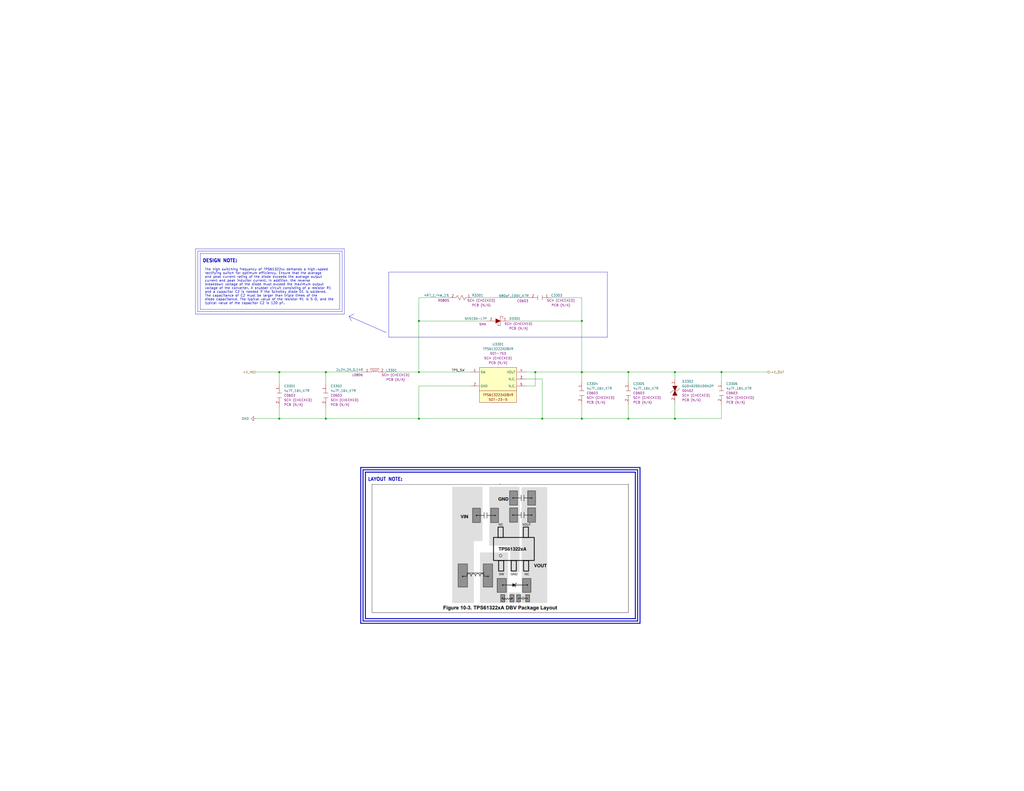
<source format=kicad_sch>
(kicad_sch (version 20231120) (generator "eeschema") (generator_version "8.0")
  (paper "C")
  (title_block (title "_HW_Quadcopter") (date "2024-03-27") (rev "01") (company "Mend0z0") (comment 1 "01") (comment 2 "RELEASED") (comment 3 "Siavash Taher Parvar") (comment 8 "N/A") (comment 9 "First Version"))
  (lib_symbols
    (symbol "_SCHLIB_Qcopter:CAP_CER_4.7uF_16V_X7R_C0603"
      (property "Reference" "C" (at 3.556 4.064 0))
      (property "Value" "4u7F_16V_X7R" (at 3.81 6.604 0))
      (property "Package" "C0603" (at 3.81 35.306 0))
      (property "SCH CHECK" "SCH (CHECKED)" (at 3.81 29.972 0))
      (property "PCB CHECK" "PCB (N/A)" (at 3.81 32.512 0))
      (symbol "CAP_CER_4.7uF_16V_X7R_C0603_0_0"
        (polyline (pts (xy 5.08 1.27) (xy 5.08 -1.27)))
        (polyline (pts (xy 7.62 1.27) (xy 7.62 -1.27)))
      )
      (symbol "CAP_CER_4.7uF_16V_X7R_C0603_1_1"
        (pin passive line (at 0 0 0) (length 5.08) (name "") (number "1"))
        (pin passive line (at 12.7 0 180) (length 5.08) (name "") (number "2"))
      )
    )
    (symbol "_SCHLIB_Qcopter:CAP_CER_680pF_100V_X7R_C0603"
      (property "Reference" "C" (at 3.556 4.064 0))
      (property "Value" "680pF_100V_X7R" (at 3.81 6.604 0))
      (property "Package" "C0603" (at 3.81 35.306 0))
      (property "SCH CHECK" "SCH (CHECKED)" (at 3.81 29.972 0))
      (property "PCB CHECK" "PCB (N/A)" (at 3.81 32.512 0))
      (symbol "CAP_CER_680pF_100V_X7R_C0603_0_0"
        (polyline (pts (xy 5.08 1.27) (xy 5.08 -1.27)))
        (polyline (pts (xy 7.62 1.27) (xy 7.62 -1.27)))
      )
      (symbol "CAP_CER_680pF_100V_X7R_C0603_1_1"
        (pin passive line (at 0 0 0) (length 5.08) (name "") (number "1"))
        (pin passive line (at 12.7 0 180) (length 5.08) (name "") (number "2"))
      )
    )
    (symbol "_SCHLIB_Qcopter:DIODE_SCHOTTKY_SK510A-LTP_5A_100V_SMA"
      (property "Reference" "D" (at 2.54 2.54 0))
      (property "Value" "SK510A-LTP" (at 2.54 5.08 0))
      (property "Package" "SMA" (at 2.54 33.02 0))
      (property "SCH CHECK" "SCH (CHECKED)" (at 2.54 30.48 0))
      (property "PCB CHECk" "PCB (N/A)" (at 2.54 27.94 0))
      (symbol "DIODE_SCHOTTKY_SK510A-LTP_5A_100V_SMA_0_1"
        (polyline (pts (xy 5.08 1.27) (xy 5.08 -1.27) (xy 7.62 0) (xy 5.08 1.27)) (fill (type outline)))
        (polyline (pts (xy 8.89 1.27) (xy 8.89 2.54) (xy 7.62 2.54) (xy 7.62 -2.54) (xy 6.35 -2.54) (xy 6.35 -1.27)))
      )
      (symbol "DIODE_SCHOTTKY_SK510A-LTP_5A_100V_SMA_1_1"
        (pin passive line (at 12.7 0 180) (length 5.08) (name "") (number "1"))
        (pin passive line (at 0 0 0) (length 5.08) (name "") (number "2"))
      )
    )
    (symbol "_SCHLIB_Qcopter:DIODE_TVS_GG040205100N2P_5V_5.5V_8A(8/20us)_D0402"
      (property "Reference" "D" (at 2.54 5.08 0))
      (property "Value" "GG040205100N2P" (at 2.54 7.62 0))
      (property "Package" "D0402" (at 2.54 35.56 0))
      (property "SCH CHECK" "SCH (CHECKED)" (at 2.54 33.02 0))
      (property "PCB CHECk" "PCB (N/A)" (at 2.54 30.48 0))
      (symbol "DIODE_TVS_GG040205100N2P_5V_5.5V_8A(8/20us)_D0402_0_1"
        (polyline (pts (xy 3.81 1.27) (xy 3.81 -1.27) (xy 6.35 0) (xy 3.81 1.27)) (fill (type outline)))
        (polyline (pts (xy 5.08 2.54) (xy 6.35 1.27) (xy 6.35 -1.27) (xy 7.62 -2.54)))
        (polyline (pts (xy 8.89 -1.27) (xy 8.89 1.27) (xy 6.35 0) (xy 8.89 -1.27)) (fill (type outline)))
      )
      (symbol "DIODE_TVS_GG040205100N2P_5V_5.5V_8A(8/20us)_D0402_1_1"
        (pin passive line (at 0 0 0) (length 3.81) (name "") (number "1"))
        (pin passive line (at 12.7 0 180) (length 3.81) (name "") (number "2"))
      )
    )
    (symbol "_SCHLIB_Qcopter:IC_PMIC_TPS613222ADBVR_SMPS-BOOST_5V_2.5A_SOT-753"
      (property "Reference" "U" (at 2.54 2.54 0))
      (property "Value" "TPS613222ADBVR" (at 2.54 5.08 0))
      (property "Package" "SOT-753" (at 2.54 33.02 0))
      (property "SCH CHECK" "SCH (CHECKED)" (at 2.54 30.48 0))
      (property "PCB CHECk" "PCB (N/A)" (at 2.54 27.94 0))
      (symbol "IC_PMIC_TPS613222ADBVR_SMPS-BOOST_5V_2.5A_SOT-753_0_0"
        (polyline (pts (xy 0 -12.7) (xy 20.32 -12.7)))
        (rectangle (start 0 0) (end 20.32 -19.05) (fill (type background)))
        (text "	\nSOT-23-5" (at 10.16 -16.51 0) (effects (font (size 1.27 1.27))))
        (text "	\nTPS613222ADBVR" (at 10.16 -13.97 0) (effects (font (size 1.27 1.27))))
      )
      (symbol "IC_PMIC_TPS613222ADBVR_SMPS-BOOST_5V_2.5A_SOT-753_1_1"
        (pin passive line (at -5.08 -2.54 0) (length 5.08) (name "SW") (number "1"))
        (pin passive line (at -5.08 -10.16 0) (length 5.08) (name "GND") (number "2"))
        (pin passive line (at 25.4 -6.35 180) (length 5.08) (name "N.C.") (number "3"))
        (pin passive line (at 25.4 -2.54 180) (length 5.08) (name "VOUT") (number "4"))
        (pin passive line (at 25.4 -10.16 180) (length 5.08) (name "N.C.") (number "5"))
      )
    )
    (symbol "_SCHLIB_Qcopter:IND_2u2H__2A_0.14R_60MHz_L0806"
      (property "Reference" "L" (at 2.54 3.81 0))
      (property "Value" "2u2H_2A_0.14R" (at 2.54 6.35 0))
      (property "Package" "L0806" (at 2.54 34.29 0))
      (property "SCH CHECK" "SCH (CHECKED)" (at 2.54 31.75 0))
      (property "PCB CHECk" "PCB (N/A)" (at 2.54 29.21 0))
      (symbol "IND_2u2H__2A_0.14R_60MHz_L0806_0_1"
        (polyline (pts (xy 3.81 1.27) (xy 8.89 1.27)))
        (polyline (pts (xy 3.81 1.905) (xy 8.89 1.905)))
        (arc (start 5.715 0.0195) (mid 5.08 0.6353) (end 4.445 0.0195))
        (arc (start 6.985 0.0195) (mid 6.35 0.6353) (end 5.715 0.0195))
        (arc (start 8.255 0.0195) (mid 7.62 0.6353) (end 6.985 0.0195))
      )
      (symbol "IND_2u2H__2A_0.14R_60MHz_L0806_1_1"
        (pin passive line (at 0 0 0) (length 4.445) (name "") (number "1"))
        (pin passive line (at 12.7 0 180) (length 4.445) (name "") (number "2"))
      )
    )
    (symbol "_SCHLIB_Qcopter:RES_4R7_1/4W_1%_R0805"
      (property "Reference" "R" (at 2.54 3.81 0))
      (property "Value" "4R7_1/4W_1%" (at 2.54 6.35 0))
      (property "Package" "R0805" (at 2.54 34.29 0))
      (property "SCH CHECK" "SCH (CHECKED)" (at 2.54 31.75 0))
      (property "PCB CHECk" "PCB (N/A)" (at 2.54 29.21 0))
      (symbol "RES_4R7_1/4W_1%_R0805_0_0"
        (polyline (pts (xy 3.81 0) (xy 4.445 1.27) (xy 5.715 -1.27) (xy 6.985 1.27) (xy 8.255 -1.27) (xy 8.89 0)))
      )
      (symbol "RES_4R7_1/4W_1%_R0805_1_1"
        (pin passive line (at 0 0 0) (length 3.81) (name "") (number "1"))
        (pin passive line (at 12.7 0 180) (length 3.81) (name "") (number "2"))
      )
    )
    (symbol "power:GND" (power) (pin_numbers hide) (pin_names (offset 0) hide)
      (property "Value" "GND" (at 0 -3.81 0))
      (symbol "GND_0_1"
        (polyline (pts (xy 0 0) (xy 0 -1.27) (xy 1.27 -1.27) (xy 0 -2.54) (xy -1.27 -1.27) (xy 0 -1.27)))
      )
      (symbol "GND_1_1"
        (pin power_in line (at 0 0 270) (length 0) (name "~") (number "1"))
      )
    )
  )
  (junction (at 228.6 228.6))
  (junction (at 292.1 203.2))
  (junction (at 342.9 203.2))
  (junction (at 177.8 228.6))
  (junction (at 317.5 228.6))
  (junction (at 152.4 228.6))
  (junction (at 295.91 228.6))
  (junction (at 342.9 228.6))
  (junction (at 228.6 203.2))
  (junction (at 317.5 175.26))
  (junction (at 317.5 203.2))
  (junction (at 152.4 203.2))
  (junction (at 228.6 175.26))
  (junction (at 177.8 203.2))
  (junction (at 393.7 203.2))
  (junction (at 368.3 203.2))
  (junction (at 368.3 228.6))
  (wire (pts (xy 177.8 222.25) (xy 177.8 228.6)))
  (wire (pts (xy 139.7 203.2) (xy 152.4 203.2)))
  (wire (pts (xy 257.81 162.56) (xy 288.29 162.56)))
  (wire (pts (xy 228.6 210.82) (xy 256.54 210.82)))
  (wire (pts (xy 368.3 219.71) (xy 368.3 228.6)))
  (polyline (pts (xy 198.12 256.54) (xy 198.12 339.09)) (stroke (width 0.5)))
  (wire (pts (xy 152.4 228.6) (xy 177.8 228.6)))
  (wire (pts (xy 295.91 207.01) (xy 295.91 228.6)))
  (polyline (pts (xy 190.5 172.72) (xy 210.82 181.61)))
  (polyline (pts (xy 106.68 171.45) (xy 187.96 171.45)))
  (polyline (pts (xy 107.95 137.16) (xy 107.95 170.18)))
  (wire (pts (xy 342.9 228.6) (xy 368.3 228.6)))
  (wire (pts (xy 317.5 175.26) (xy 317.5 162.56)))
  (polyline (pts (xy 347.98 339.09) (xy 198.12 339.09)) (stroke (width 0.5)))
  (polyline (pts (xy 185.42 168.91) (xy 109.22 168.91)))
  (wire (pts (xy 393.7 203.2) (xy 419.1 203.2)))
  (wire (pts (xy 368.3 207.01) (xy 368.3 203.2)))
  (polyline (pts (xy 185.42 138.43) (xy 185.42 168.91)))
  (polyline (pts (xy 186.69 137.16) (xy 186.69 170.18)))
  (polyline (pts (xy 349.25 255.27) (xy 349.25 340.36)) (stroke (width 0.5)))
  (wire (pts (xy 317.5 162.56) (xy 300.99 162.56)))
  (wire (pts (xy 287.02 207.01) (xy 295.91 207.01)))
  (wire (pts (xy 152.4 209.55) (xy 152.4 203.2)))
  (wire (pts (xy 295.91 228.6) (xy 317.5 228.6)))
  (wire (pts (xy 228.6 228.6) (xy 295.91 228.6)))
  (wire (pts (xy 342.9 208.28) (xy 342.9 203.2)))
  (polyline (pts (xy 187.96 135.89) (xy 187.96 171.45)))
  (polyline (pts (xy 193.04 171.45) (xy 190.5 172.72)))
  (polyline (pts (xy 196.85 340.36) (xy 349.25 340.36)) (stroke (width 0.5)))
  (polyline (pts (xy 109.22 138.43) (xy 109.22 168.91)))
  (wire (pts (xy 228.6 162.56) (xy 228.6 175.26)))
  (wire (pts (xy 152.4 222.25) (xy 152.4 228.6)))
  (wire (pts (xy 393.7 203.2) (xy 368.3 203.2)))
  (wire (pts (xy 228.6 175.26) (xy 228.6 203.2)))
  (wire (pts (xy 292.1 203.2) (xy 317.5 203.2)))
  (polyline (pts (xy 106.68 135.89) (xy 106.68 171.45)))
  (wire (pts (xy 177.8 203.2) (xy 177.8 209.55)))
  (polyline (pts (xy 196.85 255.27) (xy 349.25 255.27)) (stroke (width 0.5)))
  (wire (pts (xy 287.02 203.2) (xy 292.1 203.2)))
  (wire (pts (xy 177.8 228.6) (xy 228.6 228.6)))
  (polyline (pts (xy 347.98 256.54) (xy 347.98 339.09)) (stroke (width 0.5)))
  (wire (pts (xy 228.6 228.6) (xy 228.6 210.82)))
  (wire (pts (xy 393.7 220.98) (xy 393.7 228.6)))
  (polyline (pts (xy 186.69 170.18) (xy 107.95 170.18)))
  (polyline (pts (xy 190.5 172.72) (xy 191.77 175.26)))
  (wire (pts (xy 292.1 210.82) (xy 292.1 203.2)))
  (wire (pts (xy 368.3 228.6) (xy 393.7 228.6)))
  (wire (pts (xy 228.6 175.26) (xy 265.43 175.26)))
  (wire (pts (xy 317.5 203.2) (xy 317.5 208.28)))
  (polyline (pts (xy 106.68 135.89) (xy 187.96 135.89)))
  (wire (pts (xy 317.5 203.2) (xy 342.9 203.2)))
  (wire (pts (xy 198.12 203.2) (xy 177.8 203.2)))
  (polyline (pts (xy 199.39 257.81) (xy 346.71 257.81)) (stroke (width 0.5)))
  (wire (pts (xy 317.5 228.6) (xy 342.9 228.6)))
  (wire (pts (xy 287.02 210.82) (xy 292.1 210.82)))
  (wire (pts (xy 139.7 228.6) (xy 152.4 228.6)))
  (wire (pts (xy 342.9 220.98) (xy 342.9 228.6)))
  (wire (pts (xy 368.3 203.2) (xy 342.9 203.2)))
  (wire (pts (xy 228.6 203.2) (xy 256.54 203.2)))
  (polyline (pts (xy 346.71 337.82) (xy 199.39 337.82)) (stroke (width 0.5)))
  (polyline (pts (xy 196.85 255.27) (xy 196.85 340.36)) (stroke (width 0.5)))
  (polyline (pts (xy 346.71 257.81) (xy 346.71 337.82)) (stroke (width 0.5)))
  (wire (pts (xy 152.4 203.2) (xy 177.8 203.2)))
  (polyline (pts (xy 107.95 137.16) (xy 186.69 137.16)))
  (wire (pts (xy 210.82 203.2) (xy 228.6 203.2)))
  (polyline (pts (xy 198.12 256.54) (xy 347.98 256.54)) (stroke (width 0.5)))
  (wire (pts (xy 317.5 203.2) (xy 317.5 175.26)))
  (wire (pts (xy 393.7 208.28) (xy 393.7 203.2)))
  (polyline (pts (xy 199.39 257.81) (xy 199.39 337.82)) (stroke (width 0.5)))
  (wire (pts (xy 278.13 175.26) (xy 317.5 175.26)))
  (wire (pts (xy 245.11 162.56) (xy 228.6 162.56)))
  (polyline (pts (xy 109.22 138.43) (xy 185.42 138.43)))
  (wire (pts (xy 317.5 228.6) (xy 317.5 220.98)))
  (rectangle (start 212.09 148.59) (end 331.47 184.15))
  (image (at 273.05 299.72) (scale 0.622711))
  (text "DESIGN NOTE:" (at 110.49 143.51 0) (effects (font (size 1.8 1.8) (bold yes)) (justify left bottom)))
  (text "LAYOUT NOTE:" (at 200.66 262.89 0) (effects (font (size 1.8 1.8) (bold yes)) (justify left bottom)))
  (text "The high switching frequency of TPS61322xx demands a high-speed \nrectifying switch for optimum efficiency. Ensure that the average \nand peak current rating of the diode exceeds the average output \ncurrent and peak inductor current. In addition, the reverse \nbreakdown voltage of the diode must exceed the maximum output\nvoltage of the converter. A snubber circuit consisting of a resistor R1\nand a capacitor C2 is needed if the Schottky diode D1 is soldered. \nThe capacitance of C2 must be larger than triple times of the \ndiode capacitance. The typical value of the resistor R1 is 5 Ω, and the\ntypical value of the capacitor C2 is 120 pF." (at 111.76 166.37 0) (effects (font (size 1.27 1.27)) (justify left bottom)))
  (label "TPS_SW" (at 246.38 203.2 0))
  (hierarchical_label "+V_OUT" (shape output) (at 419.1 203.2 0))
  (hierarchical_label "+V_IN" (shape input) (at 139.7 203.2 180))
  (symbol (lib_id "_SCHLIB_Qcopter:CAP_CER_680pF_100V_X7R_C0603") (at 300.99 162.56 180) (unit 1)
    (property "Reference" "C3303" (at 303.784 161.29 0))
    (property "Value" "680pF_100V_X7R" (at 280.416 161.544 0))
    (property "Footprint" "Capacitor_SMD:C_0603_1608Metric" (effects (hide yes)))
    (property "Datasheet" "https://datasheets.kyocera-avx.com/KGM_X7R.pdf" (effects (hide yes)))
    (property "Description" "680 pF ±10% 100V Ceramic Capacitor X7R 0603 (1608 Metric)" (effects (hide yes)))
    (property "Package" "C0603" (at 285.242 164.338 0))
    (property "Part Number (Manufacturer)" "KGM15AR72A681KT" (effects (hide yes)))
    (property "Manufacturer" "KYOCERA AVX" (effects (hide yes)))
    (property "Part Number (Vendor)" "478-KGM15AR72A681KTTR-ND" (effects (hide yes)))
    (property "Vendor" "Digikey" (effects (hide yes)))
    (property "Purchase Link" "https://www.digikey.ca/en/products/detail/kyocera-avx/KGM15AR72A681KT/563308" (effects (hide yes)))
    (property "SCH CHECK" "SCH (CHECKED)" (at 306.07 164.084 0))
    (property "PCB CHECK" "PCB (N/A)" (at 306.07 166.624 0))
  )
  (symbol (lib_id "_SCHLIB_Qcopter:IND_2u2H__2A_0.14R_60MHz_L0806") (at 198.12 203.2 0) (unit 1)
    (property "Reference" "L3301" (at 213.614 202.184 0))
    (property "Value" "2u2H_2A_0.14R" (at 190.754 201.93 0))
    (property "Footprint" "Inductor_SMD:L_0805_2012Metric" (effects (hide yes)))
    (property "Datasheet" "https://mm.digikey.com/Volume0/opasdata/d220001/medias/docus/5383/WIP201610S%20L%20Series.pdf" (effects (hide yes)))
    (property "Description" "2.2 µH Shielded Wirewound Inductor 2 A 140mOhm Max 0806 (2016 Metric)" (effects (hide yes)))
    (property "Part Number (Manufacturer)" "WIP201610S-2R2MLDG" (effects (hide yes)))
    (property "Link" "https://www.digikey.ca/en/products/detail/inpaq-technology-co-ltd/WIP201610S-2R2MLDG/20486865" (effects (hide yes)))
    (property "Manufacturer" "INPAQ Technology Co., Ltd" (effects (hide yes)))
    (property "Part Number (Vendor)" "3526-WIP201610S-2R2MLDGCT-ND" (effects (hide yes)))
    (property "Vendor" "Digikey" (effects (hide yes)))
    (property "Package" "L0806" (at 195.072 204.724 0))
    (property "SCH CHECK" "SCH (CHECKED)" (at 215.9 204.724 0))
    (property "PCB CHECk" "PCB (N/A)" (at 215.9 207.264 0))
  )
  (symbol (lib_id "_SCHLIB_Qcopter:CAP_CER_4.7uF_16V_X7R_C0603") (at 152.4 209.55 270) (unit 1)
    (property "Reference" "C3301" (at 154.94 210.8199 90) (effects (justify left)))
    (property "Value" "4u7F_16V_X7R" (at 154.94 213.3599 90) (effects (justify left)))
    (property "Footprint" "Capacitor_SMD:C_0603_1608Metric" (effects (hide yes)))
    (property "Datasheet" "https://search.murata.co.jp/Ceramy/image/img/A01X/G101/ENG/GRM188Z71C475KE21-01A.pdf" (effects (hide yes)))
    (property "Description" "4.7 µF ±10% 16V Ceramic Capacitor X7R 0603 (1608 Metric)" (effects (hide yes)))
    (property "Package" "C0603" (at 154.94 215.8999 90) (effects (justify left)))
    (property "Part Number (Manufacturer)" "GRM188Z71C475KE21D" (effects (hide yes)))
    (property "Manufacturer" "Murata Electronics" (effects (hide yes)))
    (property "Part Number (Vendor)" "490-GRM188Z71C475KE21DTR-ND" (effects (hide yes)))
    (property "Vendor" "Digikey" (effects (hide yes)))
    (property "Purchase Link" "https://www.digikey.ca/en/products/detail/murata-electronics/GRM188Z71C475KE21D/13401930" (effects (hide yes)))
    (property "SCH CHECK" "SCH (CHECKED)" (at 154.94 218.4399 90) (effects (justify left)))
    (property "PCB CHECK" "PCB (N/A)" (at 154.94 220.9799 90) (effects (justify left)))
  )
  (symbol (lib_id "_SCHLIB_Qcopter:RES_4R7_1/4W_1%_R0805") (at 257.81 162.56 180) (unit 1)
    (property "Reference" "R3301" (at 260.604 161.29 0))
    (property "Value" "4R7_1/4W_1%" (at 238.252 161.29 0))
    (property "Footprint" "Resistor_SMD:R_0805_2012Metric" (effects (hide yes)))
    (property "Datasheet" "https://www.koaspeer.com/pdfs/RK73H.pdf" (effects (hide yes)))
    (property "Description" "4.7 Ohms ±1% 0.25W, 1/4W Chip Resistor 0805 (2012 Metric) Automotive AEC-Q200, Moisture Resistant Thick Film" (effects (hide yes)))
    (property "Part Number (Manufacturer)" "RK73H2ATTD4R70F" (effects (hide yes)))
    (property "Link" "https://www.digikey.ca/en/products/detail/koa-speer-electronics-inc/RK73H2ATTD4R70F/10234424" (effects (hide yes)))
    (property "Manufacturer" "KOA Speer Electronics, Inc." (effects (hide yes)))
    (property "Part Number (Vendor)" "2019-RK73H2ATTD4R70FTR-ND" (effects (hide yes)))
    (property "Vendor" "Digikey" (effects (hide yes)))
    (property "Package" "R0805" (at 242.062 164.084 0))
    (property "SCH CHECK" "SCH (CHECKED)" (at 262.636 164.084 0))
    (property "PCB CHECk" "PCB (N/A)" (at 262.636 166.624 0))
  )
  (symbol (lib_id "_SCHLIB_Qcopter:CAP_CER_4.7uF_16V_X7R_C0603") (at 177.8 209.55 270) (unit 1)
    (property "Reference" "C3302" (at 180.34 210.8199 90) (effects (justify left)))
    (property "Value" "4u7F_16V_X7R" (at 180.34 213.3599 90) (effects (justify left)))
    (property "Footprint" "Capacitor_SMD:C_0603_1608Metric" (effects (hide yes)))
    (property "Datasheet" "https://search.murata.co.jp/Ceramy/image/img/A01X/G101/ENG/GRM188Z71C475KE21-01A.pdf" (effects (hide yes)))
    (property "Description" "4.7 µF ±10% 16V Ceramic Capacitor X7R 0603 (1608 Metric)" (effects (hide yes)))
    (property "Package" "C0603" (at 180.34 215.8999 90) (effects (justify left)))
    (property "Part Number (Manufacturer)" "GRM188Z71C475KE21D" (effects (hide yes)))
    (property "Manufacturer" "Murata Electronics" (effects (hide yes)))
    (property "Part Number (Vendor)" "490-GRM188Z71C475KE21DTR-ND" (effects (hide yes)))
    (property "Vendor" "Digikey" (effects (hide yes)))
    (property "Purchase Link" "https://www.digikey.ca/en/products/detail/murata-electronics/GRM188Z71C475KE21D/13401930" (effects (hide yes)))
    (property "SCH CHECK" "SCH (CHECKED)" (at 180.34 218.4399 90) (effects (justify left)))
    (property "PCB CHECK" "PCB (N/A)" (at 180.34 220.9799 90) (effects (justify left)))
  )
  (symbol (lib_id "_SCHLIB_Qcopter:DIODE_SCHOTTKY_SK510A-LTP_5A_100V_SMA") (at 265.43 175.26 0) (unit 1)
    (property "Reference" "D3301" (at 280.924 173.99 0))
    (property "Value" "SK510A-LTP" (at 259.588 173.99 0))
    (property "Footprint" "Diode_SMD:D_SMA" (effects (hide yes)))
    (property "Datasheet" "https://www.mccsemi.com/pdf/Products/SK52A-L-SK510A-L(DO-214AC).pdf" (effects (hide yes)))
    (property "Description" "Diode 100 V 5A Surface Mount DO-214AC (SMA)" (effects (hide yes)))
    (property "Part Number (Manufacturer)" "SK510A-LTP" (effects (hide yes)))
    (property "Link" "https://www.digikey.ca/en/products/detail/micro-commercial-co/SK510A-LTP/5114130" (effects (hide yes)))
    (property "Manufacturer" "Micro Commercial Co" (effects (hide yes)))
    (property "Part Number (Vendor)" "SK510A-LTPMSTR-ND" (effects (hide yes)))
    (property "Vendor" "Digikey" (effects (hide yes)))
    (property "Package" "SMA" (at 263.398 177.038 0))
    (property "SCH CHECK" "SCH (CHECKED)" (at 282.956 176.784 0))
    (property "PCB CHECk" "PCB (N/A)" (at 282.956 179.324 0))
  )
  (symbol (lib_id "power:GND") (at 139.7 228.6 270) (unit 1)
    (property "Reference" "#PWR03301" (effects (hide yes)))
    (property "Value" "GND" (at 135.89 228.5999 90) (effects (justify right)))
    (property "Description" "Power symbol creates a global label with name \"GND\" , ground" (effects (hide yes)))
  )
  (symbol (lib_id "_SCHLIB_Qcopter:CAP_CER_4.7uF_16V_X7R_C0603") (at 317.5 208.28 270) (unit 1)
    (property "Reference" "C3304" (at 320.04 209.5499 90) (effects (justify left)))
    (property "Value" "4u7F_16V_X7R" (at 320.04 212.0899 90) (effects (justify left)))
    (property "Footprint" "Capacitor_SMD:C_0603_1608Metric" (effects (hide yes)))
    (property "Datasheet" "https://search.murata.co.jp/Ceramy/image/img/A01X/G101/ENG/GRM188Z71C475KE21-01A.pdf" (effects (hide yes)))
    (property "Description" "4.7 µF ±10% 16V Ceramic Capacitor X7R 0603 (1608 Metric)" (effects (hide yes)))
    (property "Package" "C0603" (at 320.04 214.6299 90) (effects (justify left)))
    (property "Part Number (Manufacturer)" "GRM188Z71C475KE21D" (effects (hide yes)))
    (property "Manufacturer" "Murata Electronics" (effects (hide yes)))
    (property "Part Number (Vendor)" "490-GRM188Z71C475KE21DTR-ND" (effects (hide yes)))
    (property "Vendor" "Digikey" (effects (hide yes)))
    (property "Purchase Link" "https://www.digikey.ca/en/products/detail/murata-electronics/GRM188Z71C475KE21D/13401930" (effects (hide yes)))
    (property "SCH CHECK" "SCH (CHECKED)" (at 320.04 217.1699 90) (effects (justify left)))
    (property "PCB CHECK" "PCB (N/A)" (at 320.04 219.7099 90) (effects (justify left)))
  )
  (symbol (lib_id "_SCHLIB_Qcopter:DIODE_TVS_GG040205100N2P_5V_5.5V_8A(8/20us)_D0402") (at 368.3 207.01 270) (unit 1)
    (property "Reference" "D3302" (at 372.11 208.2799 90) (effects (justify left)))
    (property "Value" "GG040205100N2P" (at 372.11 210.8199 90) (effects (justify left)))
    (property "Footprint" "Diode_SMD:D_0402_1005Metric" (effects (hide yes)))
    (property "Datasheet" "https://datasheets.kyocera-avx.com/AVX-GiGuard.pdf" (effects (hide yes)))
    (property "Description" "12V Clamp 8A (8/20µs) Ipp Tvs Diode Surface Mount 0402 (1005 Metric)" (effects (hide yes)))
    (property "Part Number (Manufacturer)" "GG040205100N2P" (effects (hide yes)))
    (property "Link" "https://www.digikey.ca/en/products/detail/kyocera-avx/GG040205100N2P/6826546" (effects (hide yes)))
    (property "Manufacturer" "KYOCERA AVX" (effects (hide yes)))
    (property "Part Number (Vendor)" "478-10594-2-ND" (effects (hide yes)))
    (property "Vendor" "Digikey" (effects (hide yes)))
    (property "Package" "D0402" (at 372.11 213.3599 90) (effects (justify left)))
    (property "SCH CHECK" "SCH (CHECKED)" (at 372.11 215.8999 90) (effects (justify left)))
    (property "PCB CHECk" "PCB (N/A)" (at 372.11 218.4399 90) (effects (justify left)))
  )
  (symbol (lib_id "_SCHLIB_Qcopter:CAP_CER_4.7uF_16V_X7R_C0603") (at 342.9 208.28 270) (unit 1)
    (property "Reference" "C3305" (at 345.44 209.5499 90) (effects (justify left)))
    (property "Value" "4u7F_16V_X7R" (at 345.44 212.0899 90) (effects (justify left)))
    (property "Footprint" "Capacitor_SMD:C_0603_1608Metric" (effects (hide yes)))
    (property "Datasheet" "https://search.murata.co.jp/Ceramy/image/img/A01X/G101/ENG/GRM188Z71C475KE21-01A.pdf" (effects (hide yes)))
    (property "Description" "4.7 µF ±10% 16V Ceramic Capacitor X7R 0603 (1608 Metric)" (effects (hide yes)))
    (property "Package" "C0603" (at 345.44 214.6299 90) (effects (justify left)))
    (property "Part Number (Manufacturer)" "GRM188Z71C475KE21D" (effects (hide yes)))
    (property "Manufacturer" "Murata Electronics" (effects (hide yes)))
    (property "Part Number (Vendor)" "490-GRM188Z71C475KE21DTR-ND" (effects (hide yes)))
    (property "Vendor" "Digikey" (effects (hide yes)))
    (property "Purchase Link" "https://www.digikey.ca/en/products/detail/murata-electronics/GRM188Z71C475KE21D/13401930" (effects (hide yes)))
    (property "SCH CHECK" "SCH (CHECKED)" (at 345.44 217.1699 90) (effects (justify left)))
    (property "PCB CHECK" "PCB (N/A)" (at 345.44 219.7099 90) (effects (justify left)))
  )
  (symbol (lib_id "_SCHLIB_Qcopter:CAP_CER_4.7uF_16V_X7R_C0603") (at 393.7 208.28 270) (unit 1)
    (property "Reference" "C3306" (at 396.24 209.5499 90) (effects (justify left)))
    (property "Value" "4u7F_16V_X7R" (at 396.24 212.0899 90) (effects (justify left)))
    (property "Footprint" "Capacitor_SMD:C_0603_1608Metric" (effects (hide yes)))
    (property "Datasheet" "https://search.murata.co.jp/Ceramy/image/img/A01X/G101/ENG/GRM188Z71C475KE21-01A.pdf" (effects (hide yes)))
    (property "Description" "4.7 µF ±10% 16V Ceramic Capacitor X7R 0603 (1608 Metric)" (effects (hide yes)))
    (property "Package" "C0603" (at 396.24 214.6299 90) (effects (justify left)))
    (property "Part Number (Manufacturer)" "GRM188Z71C475KE21D" (effects (hide yes)))
    (property "Manufacturer" "Murata Electronics" (effects (hide yes)))
    (property "Part Number (Vendor)" "490-GRM188Z71C475KE21DTR-ND" (effects (hide yes)))
    (property "Vendor" "Digikey" (effects (hide yes)))
    (property "Purchase Link" "https://www.digikey.ca/en/products/detail/murata-electronics/GRM188Z71C475KE21D/13401930" (effects (hide yes)))
    (property "SCH CHECK" "SCH (CHECKED)" (at 396.24 217.1699 90) (effects (justify left)))
    (property "PCB CHECK" "PCB (N/A)" (at 396.24 219.7099 90) (effects (justify left)))
  )
  (symbol (lib_id "_SCHLIB_Qcopter:IC_PMIC_TPS613222ADBVR_SMPS-BOOST_5V_2.5A_SOT-753") (at 261.62 200.66 0) (unit 1)
    (property "Reference" "U3301" (at 271.78 187.96 0))
    (property "Value" "TPS613222ADBVR" (at 271.78 190.5 0))
    (property "Footprint" "Package_TO_SOT_SMD:SOT-23-5" (effects (hide yes)))
    (property "Datasheet" "https://www.ti.com/general/docs/suppproductinfo.tsp?distId=10&gotoUrl=http%253A%252F%252Fwww.ti.com%252Flit%252Fgpn%252Ftps61322" (effects (hide yes)))
    (property "Description" "Boost Switching Regulator IC Positive Fixed 5V 1 Output 2.5A (Switch) SC-74A, SOT-753" (effects (hide yes)))
    (property "Part Number (Manufacturer)" "TPS613222ADBVR" (effects (hide yes)))
    (property "Link" "https://www.digikey.ca/en/products/detail/texas-instruments/TPS613222ADBVR/8638376?s=N4IgTCBcDaICoAUDKA2AjAZjNgggEQCEA1AJRAF0BfIA" (effects (hide yes)))
    (property "Manufacturer" "Texas Instruments" (effects (hide yes)))
    (property "Part Number (Vendor)" "296-50503-2-ND" (effects (hide yes)))
    (property "Vendor" "Digikey" (effects (hide yes)))
    (property "Package" "SOT-753" (at 271.78 193.04 0))
    (property "SCH CHECK" "SCH (CHECKED)" (at 271.78 195.58 0))
    (property "PCB CHECk" "PCB (N/A)" (at 271.78 198.12 0))
  )
)
</source>
